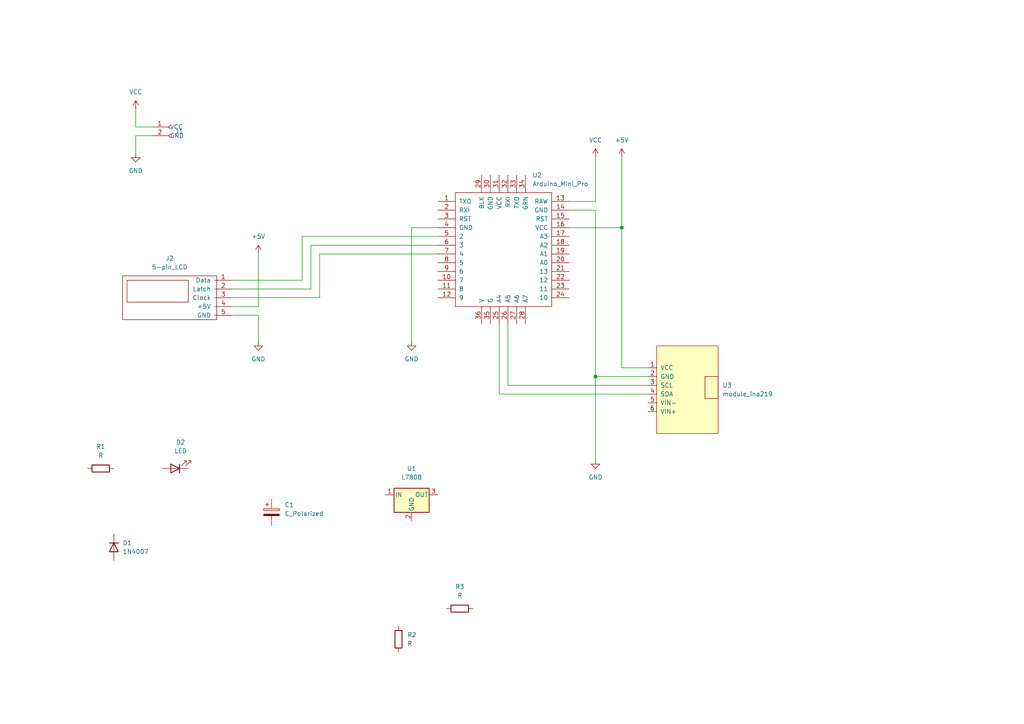
<source format=kicad_sch>
(kicad_sch (version 20230121) (generator eeschema)
  (paper "A4")
  (lib_symbols
    (symbol "Device:C_Polarized" (pin_numbers hide) (pin_names (offset 0.254))
      (property "Reference" "C" (at 0.635 2.54 0))
      (property "Value" "C_Polarized" (at 0.635 -2.54 0))
      (symbol "C_Polarized_0_1"
        (rectangle (start -2.286 0.508) (end 2.286 1.016))
        (polyline (pts (xy -1.778 2.286) (xy -0.762 2.286)))
        (polyline (pts (xy -1.27 2.794) (xy -1.27 1.778)))
        (rectangle (start 2.286 -0.508) (end -2.286 -1.016) (fill (type outline)))
      )
      (symbol "C_Polarized_1_1"
        (pin passive line (at 0 3.81 270) (length 2.794) (name "~") (number "1"))
        (pin passive line (at 0 -3.81 90) (length 2.794) (name "~") (number "2"))
      )
    )
    (symbol "Device:LED" (pin_numbers hide) (pin_names (offset 1.016) hide)
      (property "Reference" "D" (at 0 2.54 0))
      (property "Value" "LED" (at 0 -2.54 0))
      (symbol "LED_0_1"
        (polyline (pts (xy -1.27 -1.27) (xy -1.27 1.27)) (stroke (width 0.254)))
        (polyline (pts (xy -1.27 0) (xy 1.27 0)))
        (polyline (pts (xy 1.27 -1.27) (xy 1.27 1.27) (xy -1.27 0) (xy 1.27 -1.27)) (stroke (width 0.254)))
        (polyline (pts (xy -3.048 -0.762) (xy -4.572 -2.286) (xy -3.81 -2.286) (xy -4.572 -2.286) (xy -4.572 -1.524)))
        (polyline (pts (xy -1.778 -0.762) (xy -3.302 -2.286) (xy -2.54 -2.286) (xy -3.302 -2.286) (xy -3.302 -1.524)))
      )
      (symbol "LED_1_1"
        (pin passive line (at -3.81 0 0) (length 2.54) (name "K") (number "1"))
        (pin passive line (at 3.81 0 180) (length 2.54) (name "A") (number "2"))
      )
    )
    (symbol "Device:R" (pin_numbers hide) (pin_names (offset 0))
      (property "Reference" "R" (at 2.032 0 90))
      (property "Value" "R" (at 0 0 90))
      (symbol "R_0_1"
        (rectangle (start -1.016 -2.54) (end 1.016 2.54) (stroke (width 0.254)))
      )
      (symbol "R_1_1"
        (pin passive line (at 0 3.81 270) (length 1.27) (name "~") (number "1"))
        (pin passive line (at 0 -3.81 90) (length 1.27) (name "~") (number "2"))
      )
    )
    (symbol "Diode:1N4007" (pin_numbers hide) (pin_names hide)
      (property "Reference" "D" (at 0 2.54 0))
      (property "Value" "1N4007" (at 0 -2.54 0))
      (symbol "1N4007_0_1"
        (polyline (pts (xy -1.27 1.27) (xy -1.27 -1.27)) (stroke (width 0.254)))
        (polyline (pts (xy 1.27 0) (xy -1.27 0)))
        (polyline (pts (xy 1.27 1.27) (xy 1.27 -1.27) (xy -1.27 0) (xy 1.27 1.27)) (stroke (width 0.254)))
      )
      (symbol "1N4007_1_1"
        (pin passive line (at -3.81 0 0) (length 2.54) (name "K") (number "1"))
        (pin passive line (at 3.81 0 180) (length 2.54) (name "A") (number "2"))
      )
    )
    (symbol "My_Arduino:Arduino_Mini_Pro" (pin_names (offset 1.016))
      (property "Reference" "U" (at 6.35 3.81 0))
      (property "Value" "Arduino_Mini_Pro" (at 1.27 7.62 0))
      (symbol "Arduino_Mini_Pro_0_1"
        (rectangle (start 5.08 2.54) (end 33.02 -30.48))
      )
      (symbol "Arduino_Mini_Pro_1_1"
        (pin output line (at 0 0 0) (length 5.08) (name "TXO") (number "1"))
        (pin bidirectional line (at 0 -22.86 0) (length 5.08) (name "7") (number "10"))
        (pin bidirectional line (at 0 -25.4 0) (length 5.08) (name "8") (number "11"))
        (pin bidirectional line (at 0 -27.94 0) (length 5.08) (name "9") (number "12"))
        (pin power_in line (at 38.1 0 180) (length 5.08) (name "RAW") (number "13"))
        (pin power_in line (at 38.1 -2.54 180) (length 5.08) (name "GND") (number "14"))
        (pin input line (at 38.1 -5.08 180) (length 5.08) (name "RST") (number "15"))
        (pin power_out line (at 38.1 -7.62 180) (length 5.08) (name "VCC") (number "16"))
        (pin bidirectional line (at 38.1 -10.16 180) (length 5.08) (name "A3") (number "17"))
        (pin bidirectional line (at 38.1 -12.7 180) (length 5.08) (name "A2") (number "18"))
        (pin bidirectional line (at 38.1 -15.24 180) (length 5.08) (name "A1") (number "19"))
        (pin input line (at 0 -2.54 0) (length 5.08) (name "RXI") (number "2"))
        (pin bidirectional line (at 38.1 -17.78 180) (length 5.08) (name "A0") (number "20"))
        (pin bidirectional line (at 38.1 -20.32 180) (length 5.08) (name "13") (number "21"))
        (pin bidirectional line (at 38.1 -22.86 180) (length 5.08) (name "12") (number "22"))
        (pin bidirectional line (at 38.1 -25.4 180) (length 5.08) (name "11") (number "23"))
        (pin bidirectional line (at 38.1 -27.94 180) (length 5.08) (name "10") (number "24"))
        (pin bidirectional line (at 17.78 -35.56 90) (length 5.08) (name "A4") (number "25"))
        (pin bidirectional line (at 20.32 -35.56 90) (length 5.08) (name "A5") (number "26"))
        (pin bidirectional line (at 22.86 -35.56 90) (length 5.08) (name "A6") (number "27"))
        (pin bidirectional line (at 25.4 -35.56 90) (length 5.08) (name "A7") (number "28"))
        (pin input line (at 12.7 7.62 270) (length 5.08) (name "BLK") (number "29"))
        (pin input line (at 0 -5.08 0) (length 5.08) (name "RST") (number "3"))
        (pin passive line (at 15.24 7.62 270) (length 5.08) (name "GND") (number "30"))
        (pin power_in line (at 17.78 7.62 270) (length 5.08) (name "VCC") (number "31"))
        (pin input line (at 20.32 7.62 270) (length 5.08) (name "RXI") (number "32"))
        (pin output line (at 22.86 7.62 270) (length 5.08) (name "TXO") (number "33"))
        (pin input line (at 25.4 7.62 270) (length 5.08) (name "GRN") (number "34"))
        (pin passive line (at 15.24 -35.56 90) (length 5.08) (name "G") (number "35"))
        (pin power_out line (at 12.7 -35.56 90) (length 5.08) (name "V") (number "36"))
        (pin passive line (at 0 -7.62 0) (length 5.08) (name "GND") (number "4"))
        (pin bidirectional line (at 0 -10.16 0) (length 5.08) (name "2") (number "5"))
        (pin bidirectional line (at 0 -12.7 0) (length 5.08) (name "3") (number "6"))
        (pin bidirectional line (at 0 -15.24 0) (length 5.08) (name "4") (number "7"))
        (pin bidirectional line (at 0 -17.78 0) (length 5.08) (name "5") (number "8"))
        (pin bidirectional line (at 0 -20.32 0) (length 5.08) (name "6") (number "9"))
      )
    )
    (symbol "My_Headers:2-pin_power_input_header" (pin_names (offset 1.016))
      (property "Reference" "J" (at 0 2.54 0))
      (symbol "2-pin_power_input_header_1_1"
        (arc (start 0 -2.032) (mid -0.5058 -2.54) (end 0 -3.048) (stroke (width 0.1524)))
        (polyline (pts (xy -1.27 -2.54) (xy -0.508 -2.54)) (stroke (width 0.1524)))
        (polyline (pts (xy -1.27 0) (xy -0.508 0)) (stroke (width 0.1524)))
        (arc (start 0 0.508) (mid -0.5058 0) (end 0 -0.508) (stroke (width 0.1524)))
        (pin power_out line (at -5.08 0 0) (length 3.81) (name "VCC") (number "1"))
        (pin power_out line (at -5.08 -2.54 0) (length 3.81) (name "GND") (number "2"))
      )
    )
    (symbol "My_Headers:5-pin_LCD" (pin_names (offset 1.016))
      (property "Reference" "J" (at 5.715 2.54 0))
      (property "Value" "5-pin_LCD" (at 17.78 -12.7 0))
      (symbol "5-pin_LCD_0_1"
        (polyline (pts (xy 4.445 1.27) (xy 31.75 1.27) (xy 31.75 -11.43) (xy 4.445 -11.43) (xy 4.445 1.27)))
        (polyline (pts (xy 12.7 0) (xy 12.7 -6.35) (xy 30.48 -6.35) (xy 30.48 0) (xy 12.7 0)))
      )
      (symbol "5-pin_LCD_1_1"
        (pin input line (at 0 0 0) (length 5.08) (name "Data") (number "1"))
        (pin input line (at 0 -2.54 0) (length 5.08) (name "Latch") (number "2"))
        (pin input line (at 0 -5.08 0) (length 5.08) (name "Clock") (number "3"))
        (pin power_in line (at 0 -7.62 0) (length 5.08) (name "+5V") (number "4"))
        (pin power_in line (at 0 -10.16 0) (length 5.08) (name "GND") (number "5"))
      )
    )
    (symbol "Regulator_Linear:L7808" (pin_names (offset 0.254))
      (property "Reference" "U" (at -3.81 3.175 0))
      (property "Value" "L7808" (at 0 3.175 0))
      (symbol "L7808_0_1"
        (rectangle (start -5.08 1.905) (end 5.08 -5.08) (stroke (width 0.254)) (fill (type background)))
      )
      (symbol "L7808_1_1"
        (pin power_in line (at -7.62 0 0) (length 2.54) (name "IN") (number "1"))
        (pin power_in line (at 0 -7.62 90) (length 2.54) (name "GND") (number "2"))
        (pin power_out line (at 7.62 0 180) (length 2.54) (name "OUT") (number "3"))
      )
    )
    (symbol "power:+5V" (power) (pin_names (offset 0))
      (property "Value" "+5V" (at 0 3.556 0))
      (symbol "+5V_0_1"
        (polyline (pts (xy -0.762 1.27) (xy 0 2.54)))
        (polyline (pts (xy 0 0) (xy 0 2.54)))
        (polyline (pts (xy 0 2.54) (xy 0.762 1.27)))
      )
      (symbol "+5V_1_1"
        (pin power_in line (at 0 0 90) (length 0) hide (name "+5V") (number "1"))
      )
    )
    (symbol "power:GND" (power) (pin_names (offset 0))
      (property "Value" "GND" (at 0 -3.81 0))
      (symbol "GND_0_1"
        (polyline (pts (xy 0 0) (xy 0 -1.27) (xy 1.27 -1.27) (xy 0 -2.54) (xy -1.27 -1.27) (xy 0 -1.27)))
      )
      (symbol "GND_1_1"
        (pin power_in line (at 0 0 270) (length 0) hide (name "GND") (number "1"))
      )
    )
    (symbol "power:VCC" (power) (pin_names (offset 0))
      (property "Value" "VCC" (at 0 3.81 0))
      (symbol "VCC_0_1"
        (polyline (pts (xy -0.762 1.27) (xy 0 2.54)))
        (polyline (pts (xy 0 0) (xy 0 2.54)))
        (polyline (pts (xy 0 2.54) (xy 0.762 1.27)))
      )
      (symbol "VCC_1_1"
        (pin power_in line (at 0 0 90) (length 0) hide (name "VCC") (number "1"))
      )
    )
    (symbol "usini_sensors:module_ina219" (pin_names (offset 1.016))
      (property "Reference" "U" (at 2.54 12.7 0))
      (property "Value" "module_ina219" (at 10.16 -15.24 0))
      (symbol "module_ina219_0_1"
        (rectangle (start 2.54 11.43) (end 20.32 -13.97) (fill (type background)))
        (rectangle (start 20.32 2.54) (end 16.51 -3.81))
      )
      (symbol "module_ina219_1_1"
        (pin input line (at 0 5.08 0) (length 2.54) (name "VCC") (number "1"))
        (pin input line (at 0 2.54 0) (length 2.54) (name "GND") (number "2"))
        (pin input line (at 0 0 0) (length 2.54) (name "SCL") (number "3"))
        (pin input line (at 0 -2.54 0) (length 2.54) (name "SDA") (number "4"))
        (pin input line (at 0 -5.08 0) (length 2.54) (name "VIN-") (number "5"))
        (pin input line (at 0 -7.62 0) (length 2.54) (name "VIN+") (number "6"))
      )
    )
  )
  (junction (at 172.72 109.22))
  (junction (at 180.34 66.04))
  (wire (pts (xy 127 71.12) (xy 90.17 71.12)))
  (wire (pts (xy 165.1 58.42) (xy 172.72 58.42)))
  (wire (pts (xy 67.31 91.44) (xy 74.93 91.44)))
  (wire (pts (xy 172.72 60.96) (xy 172.72 109.22)))
  (wire (pts (xy 180.34 106.68) (xy 180.34 66.04)))
  (wire (pts (xy 92.71 86.36) (xy 67.31 86.36)))
  (wire (pts (xy 90.17 83.82) (xy 67.31 83.82)))
  (wire (pts (xy 74.93 91.44) (xy 74.93 99.06)))
  (wire (pts (xy 147.32 111.76) (xy 147.32 93.98)))
  (wire (pts (xy 44.45 36.83) (xy 39.37 36.83)))
  (wire (pts (xy 187.96 106.68) (xy 180.34 106.68)))
  (wire (pts (xy 90.17 71.12) (xy 90.17 83.82)))
  (wire (pts (xy 74.93 88.9) (xy 67.31 88.9)))
  (wire (pts (xy 92.71 73.66) (xy 92.71 86.36)))
  (wire (pts (xy 119.38 66.04) (xy 119.38 99.06)))
  (wire (pts (xy 165.1 66.04) (xy 180.34 66.04)))
  (wire (pts (xy 127 68.58) (xy 87.63 68.58)))
  (wire (pts (xy 87.63 81.28) (xy 67.31 81.28)))
  (wire (pts (xy 127 73.66) (xy 92.71 73.66)))
  (wire (pts (xy 144.78 114.3) (xy 187.96 114.3)))
  (wire (pts (xy 44.45 39.37) (xy 39.37 39.37)))
  (wire (pts (xy 39.37 39.37) (xy 39.37 44.45)))
  (wire (pts (xy 180.34 66.04) (xy 180.34 45.72)))
  (wire (pts (xy 127 66.04) (xy 119.38 66.04)))
  (wire (pts (xy 172.72 109.22) (xy 187.96 109.22)))
  (wire (pts (xy 74.93 73.66) (xy 74.93 88.9)))
  (wire (pts (xy 172.72 58.42) (xy 172.72 45.72)))
  (wire (pts (xy 187.96 111.76) (xy 147.32 111.76)))
  (wire (pts (xy 39.37 36.83) (xy 39.37 31.75)))
  (wire (pts (xy 165.1 60.96) (xy 172.72 60.96)))
  (wire (pts (xy 172.72 109.22) (xy 172.72 133.35)))
  (wire (pts (xy 144.78 93.98) (xy 144.78 114.3)))
  (wire (pts (xy 87.63 68.58) (xy 87.63 81.28)))
  (symbol (lib_id "power:GND") (at 39.37 44.45 0) (unit 1)
    (property "Reference" "#PWR02" (effects hide))
    (property "Value" "GND" (at 39.37 49.53 0))
  )
  (symbol (lib_id "My_Arduino:Arduino_Mini_Pro") (at 127 58.42 0) (unit 1)
    (property "Reference" "U2" (at 154.4194 50.8 0) (effects (justify left)))
    (property "Value" "Arduino_Mini_Pro" (at 154.4194 53.34 0) (effects (justify left)))
    (property "Footprint" "My_Arduino:Arduino_Pro_Mini_vC_no-progr-large" (effects hide))
  )
  (symbol (lib_id "power:GND") (at 172.72 133.35 0) (unit 1)
    (property "Reference" "#PWR07" (effects hide))
    (property "Value" "GND" (at 172.72 138.43 0))
  )
  (symbol (lib_id "Device:LED") (at 50.8 135.89 180) (unit 1)
    (property "Reference" "D2" (at 52.3875 128.27 0))
    (property "Value" "LED" (at 52.3875 130.81 0))
  )
  (symbol (lib_id "Device:R") (at 133.35 176.53 90) (unit 1)
    (property "Reference" "R3" (at 133.35 170.18 90))
    (property "Value" "R" (at 133.35 172.72 90))
  )
  (symbol (lib_id "Regulator_Linear:L7808") (at 119.38 143.51 0) (unit 1)
    (property "Reference" "U1" (at 119.38 135.89 0))
    (property "Value" "L7808" (at 119.38 138.43 0))
    (property "Datasheet" "http://www.st.com/content/ccc/resource/technical/document/datasheet/41/4f/b3/b0/12/d4/47/88/CD00000444.pdf/files/CD00000444.pdf/jcr:content/translations/en.CD00000444.pdf" (effects hide))
  )
  (symbol (lib_id "Device:R") (at 115.57 185.42 0) (unit 1)
    (property "Reference" "R2" (at 118.11 184.1499 0) (effects (justify left)))
    (property "Value" "R" (at 118.11 186.6899 0) (effects (justify left)))
  )
  (symbol (lib_id "usini_sensors:module_ina219") (at 187.96 111.76 0) (unit 1)
    (property "Reference" "U3" (at 209.55 111.7599 0) (effects (justify left)))
    (property "Value" "module_ina219" (at 209.55 114.2999 0) (effects (justify left)))
    (property "Footprint" "usini_sensors:module_ina219" (effects hide))
  )
  (symbol (lib_id "power:+5V") (at 180.34 45.72 0) (unit 1)
    (property "Reference" "#PWR08" (effects hide))
    (property "Value" "+5V" (at 180.34 40.64 0))
  )
  (symbol (lib_id "My_Headers:5-pin_LCD") (at 67.31 81.28 0) (mirror y) (unit 1)
    (property "Reference" "J2" (at 49.2125 74.93 0))
    (property "Value" "5-pin_LCD" (at 49.2125 77.47 0))
    (property "Footprint" "My_Headers:5-pin JST LCD" (effects hide))
  )
  (symbol (lib_id "power:VCC") (at 39.37 31.75 0) (unit 1)
    (property "Reference" "#PWR01" (effects hide))
    (property "Value" "VCC" (at 39.37 26.67 0))
  )
  (symbol (lib_id "Diode:1N4007") (at 33.02 158.75 270) (unit 1)
    (property "Reference" "D1" (at 35.56 157.4799 90) (effects (justify left)))
    (property "Value" "1N4007" (at 35.56 160.0199 90) (effects (justify left)))
    (property "Datasheet" "http://www.vishay.com/docs/88503/1n4001.pdf" (effects hide))
  )
  (symbol (lib_id "power:+5V") (at 74.93 73.66 0) (unit 1)
    (property "Reference" "#PWR03" (effects hide))
    (property "Value" "+5V" (at 74.93 68.58 0))
  )
  (symbol (lib_id "My_Headers:2-pin_power_input_header") (at 49.53 36.83 0) (unit 1)
    (property "Reference" "J1" (at 50.8 38.0999 0) (effects (justify left)))
    (property "Value" "2-pin_power_input_header" (effects hide))
    (property "Footprint" "My_Headers:2-pin_power_input_header" (effects hide))
  )
  (symbol (lib_id "power:VCC") (at 172.72 45.72 0) (unit 1)
    (property "Reference" "#PWR06" (effects hide))
    (property "Value" "VCC" (at 172.72 40.64 0))
  )
  (symbol (lib_id "Device:R") (at 29.21 135.89 90) (unit 1)
    (property "Reference" "R1" (at 29.21 129.54 90))
    (property "Value" "R" (at 29.21 132.08 90))
  )
  (symbol (lib_id "power:GND") (at 74.93 99.06 0) (unit 1)
    (property "Reference" "#PWR04" (effects hide))
    (property "Value" "GND" (at 74.93 104.14 0))
  )
  (symbol (lib_id "Device:C_Polarized") (at 78.74 148.59 0) (unit 1)
    (property "Reference" "C1" (at 82.55 146.4309 0) (effects (justify left)))
    (property "Value" "C_Polarized" (at 82.55 148.9709 0) (effects (justify left)))
  )
  (symbol (lib_id "power:GND") (at 119.38 99.06 0) (unit 1)
    (property "Reference" "#PWR05" (effects hide))
    (property "Value" "GND" (at 119.38 104.14 0))
  )
)
</source>
